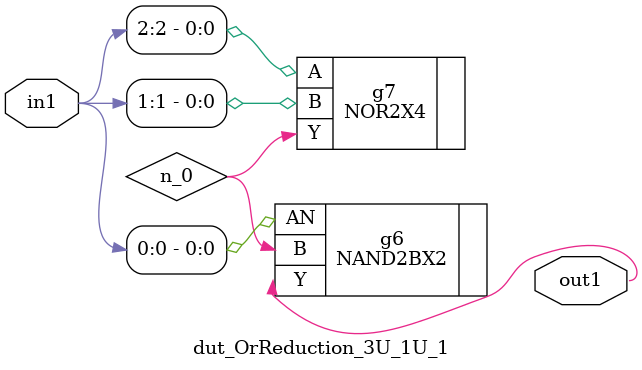
<source format=v>
`timescale 1ps / 1ps


module dut_OrReduction_3U_1U_1(in1, out1);
  input [2:0] in1;
  output out1;
  wire [2:0] in1;
  wire out1;
  wire n_0;
  NAND2BX2 g6(.AN (in1[0]), .B (n_0), .Y (out1));
  NOR2X4 g7(.A (in1[2]), .B (in1[1]), .Y (n_0));
endmodule



</source>
